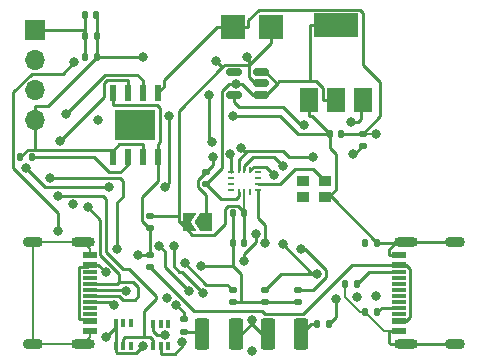
<source format=gbr>
%TF.GenerationSoftware,KiCad,Pcbnew,(6.0.7)*%
%TF.CreationDate,2025-06-10T03:22:09+09:00*%
%TF.ProjectId,AvatarSense,41766174-6172-4536-956e-73652e6b6963,rev?*%
%TF.SameCoordinates,Original*%
%TF.FileFunction,Copper,L1,Top*%
%TF.FilePolarity,Positive*%
%FSLAX46Y46*%
G04 Gerber Fmt 4.6, Leading zero omitted, Abs format (unit mm)*
G04 Created by KiCad (PCBNEW (6.0.7)) date 2025-06-10 03:22:09*
%MOMM*%
%LPD*%
G01*
G04 APERTURE LIST*
G04 Aperture macros list*
%AMRoundRect*
0 Rectangle with rounded corners*
0 $1 Rounding radius*
0 $2 $3 $4 $5 $6 $7 $8 $9 X,Y pos of 4 corners*
0 Add a 4 corners polygon primitive as box body*
4,1,4,$2,$3,$4,$5,$6,$7,$8,$9,$2,$3,0*
0 Add four circle primitives for the rounded corners*
1,1,$1+$1,$2,$3*
1,1,$1+$1,$4,$5*
1,1,$1+$1,$6,$7*
1,1,$1+$1,$8,$9*
0 Add four rect primitives between the rounded corners*
20,1,$1+$1,$2,$3,$4,$5,0*
20,1,$1+$1,$4,$5,$6,$7,0*
20,1,$1+$1,$6,$7,$8,$9,0*
20,1,$1+$1,$8,$9,$2,$3,0*%
%AMFreePoly0*
4,1,6,1.000000,0.000000,0.500000,-0.750000,-0.500000,-0.750000,-0.500000,0.750000,0.500000,0.750000,1.000000,0.000000,1.000000,0.000000,$1*%
%AMFreePoly1*
4,1,6,0.500000,-0.750000,-0.650000,-0.750000,-0.150000,0.000000,-0.650000,0.750000,0.500000,0.750000,0.500000,-0.750000,0.500000,-0.750000,$1*%
G04 Aperture macros list end*
%TA.AperFunction,SMDPad,CuDef*%
%ADD10RoundRect,0.140000X-0.140000X-0.170000X0.140000X-0.170000X0.140000X0.170000X-0.140000X0.170000X0*%
%TD*%
%TA.AperFunction,SMDPad,CuDef*%
%ADD11RoundRect,0.135000X0.185000X-0.135000X0.185000X0.135000X-0.185000X0.135000X-0.185000X-0.135000X0*%
%TD*%
%TA.AperFunction,SMDPad,CuDef*%
%ADD12RoundRect,0.140000X0.170000X-0.140000X0.170000X0.140000X-0.170000X0.140000X-0.170000X-0.140000X0*%
%TD*%
%TA.AperFunction,SMDPad,CuDef*%
%ADD13RoundRect,0.135000X-0.135000X-0.185000X0.135000X-0.185000X0.135000X0.185000X-0.135000X0.185000X0*%
%TD*%
%TA.AperFunction,SMDPad,CuDef*%
%ADD14RoundRect,0.250000X0.375000X1.075000X-0.375000X1.075000X-0.375000X-1.075000X0.375000X-1.075000X0*%
%TD*%
%TA.AperFunction,SMDPad,CuDef*%
%ADD15R,0.400000X0.650000*%
%TD*%
%TA.AperFunction,SMDPad,CuDef*%
%ADD16R,0.558000X1.454899*%
%TD*%
%TA.AperFunction,SMDPad,CuDef*%
%ADD17R,3.403600X2.514600*%
%TD*%
%TA.AperFunction,SMDPad,CuDef*%
%ADD18RoundRect,0.140000X0.140000X0.170000X-0.140000X0.170000X-0.140000X-0.170000X0.140000X-0.170000X0*%
%TD*%
%TA.AperFunction,SMDPad,CuDef*%
%ADD19RoundRect,0.135000X-0.185000X0.135000X-0.185000X-0.135000X0.185000X-0.135000X0.185000X0.135000X0*%
%TD*%
%TA.AperFunction,ComponentPad*%
%ADD20R,1.700000X1.700000*%
%TD*%
%TA.AperFunction,ComponentPad*%
%ADD21O,1.700000X1.700000*%
%TD*%
%TA.AperFunction,SMDPad,CuDef*%
%ADD22R,1.100000X0.900000*%
%TD*%
%TA.AperFunction,SMDPad,CuDef*%
%ADD23R,1.160000X0.600000*%
%TD*%
%TA.AperFunction,SMDPad,CuDef*%
%ADD24R,1.160000X0.300000*%
%TD*%
%TA.AperFunction,ComponentPad*%
%ADD25O,1.700000X0.900000*%
%TD*%
%TA.AperFunction,ComponentPad*%
%ADD26O,2.000000X0.900000*%
%TD*%
%TA.AperFunction,SMDPad,CuDef*%
%ADD27RoundRect,0.135000X0.135000X0.185000X-0.135000X0.185000X-0.135000X-0.185000X0.135000X-0.185000X0*%
%TD*%
%TA.AperFunction,SMDPad,CuDef*%
%ADD28R,2.000000X2.000000*%
%TD*%
%TA.AperFunction,SMDPad,CuDef*%
%ADD29RoundRect,0.150000X0.512500X0.150000X-0.512500X0.150000X-0.512500X-0.150000X0.512500X-0.150000X0*%
%TD*%
%TA.AperFunction,SMDPad,CuDef*%
%ADD30R,1.500000X2.000000*%
%TD*%
%TA.AperFunction,SMDPad,CuDef*%
%ADD31R,3.800000X2.000000*%
%TD*%
%TA.AperFunction,SMDPad,CuDef*%
%ADD32R,0.475000X0.250000*%
%TD*%
%TA.AperFunction,SMDPad,CuDef*%
%ADD33R,0.250000X0.475000*%
%TD*%
%TA.AperFunction,SMDPad,CuDef*%
%ADD34RoundRect,0.250000X-0.375000X-1.075000X0.375000X-1.075000X0.375000X1.075000X-0.375000X1.075000X0*%
%TD*%
%TA.AperFunction,SMDPad,CuDef*%
%ADD35FreePoly0,180.000000*%
%TD*%
%TA.AperFunction,SMDPad,CuDef*%
%ADD36FreePoly1,180.000000*%
%TD*%
%TA.AperFunction,ViaPad*%
%ADD37C,0.800000*%
%TD*%
%TA.AperFunction,Conductor*%
%ADD38C,0.250000*%
%TD*%
%TA.AperFunction,Conductor*%
%ADD39C,0.200000*%
%TD*%
G04 APERTURE END LIST*
D10*
%TO.P,C3,1*%
%TO.N,+3V3*%
X106520000Y-104500000D03*
%TO.P,C3,2*%
%TO.N,BAT-*%
X107480000Y-104500000D03*
%TD*%
D11*
%TO.P,R10,1*%
%TO.N,Net-(J2-PadA4)*%
X112000000Y-122260000D03*
%TO.P,R10,2*%
%TO.N,+5V*%
X112000000Y-121240000D03*
%TD*%
D12*
%TO.P,C6,1*%
%TO.N,+5V*%
X112000000Y-118960000D03*
%TO.P,C6,2*%
%TO.N,BAT-*%
X112000000Y-118000000D03*
%TD*%
D13*
%TO.P,R4,1*%
%TO.N,Net-(D1-Pad1)*%
X126115000Y-127125000D03*
%TO.P,R4,2*%
%TO.N,Net-(R4-Pad2)*%
X127135000Y-127125000D03*
%TD*%
D14*
%TO.P,D1,1,K*%
%TO.N,Net-(D1-Pad1)*%
X124775000Y-128000000D03*
%TO.P,D1,2,A*%
%TO.N,+5V*%
X121975000Y-128000000D03*
%TD*%
D15*
%TO.P,Q2,1,E1*%
%TO.N,RST*%
X109100000Y-128950000D03*
%TO.P,Q2,2,B1*%
%TO.N,DTR*%
X109750000Y-128950000D03*
%TO.P,Q2,3*%
%TO.N,N/C*%
X110400000Y-128950000D03*
%TO.P,Q2,4*%
X110400000Y-127050000D03*
%TO.P,Q2,5*%
X109750000Y-127050000D03*
%TO.P,Q2,6,C1*%
%TO.N,RST*%
X109100000Y-127050000D03*
%TD*%
D16*
%TO.P,U4,1,TEMP*%
%TO.N,BAT-*%
X108845000Y-112971348D03*
%TO.P,U4,2,PROG*%
%TO.N,Net-(R9-Pad2)*%
X110115000Y-112971348D03*
%TO.P,U4,3,GND*%
%TO.N,BAT-*%
X111385000Y-112971348D03*
%TO.P,U4,4,VCC*%
%TO.N,+5V*%
X112655000Y-112971348D03*
%TO.P,U4,5,BAT*%
%TO.N,BAT+*%
X112655000Y-107528652D03*
%TO.P,U4,6,\u002ASTDBY*%
%TO.N,Net-(R5-Pad1)*%
X111385000Y-107528652D03*
%TO.P,U4,7,\u002ACHRG*%
%TO.N,Net-(R4-Pad2)*%
X110115000Y-107528652D03*
%TO.P,U4,8,CE*%
%TO.N,+5V*%
X108845000Y-107528652D03*
D17*
%TO.P,U4,EPAD,EPAD*%
%TO.N,unconnected-(U4-PadEPAD)*%
X110750000Y-110250000D03*
%TD*%
D18*
%TO.P,C5,1*%
%TO.N,BAT+*%
X128210000Y-111000000D03*
%TO.P,C5,2*%
%TO.N,BAT-*%
X127250000Y-111000000D03*
%TD*%
D11*
%TO.P,R2,1*%
%TO.N,Net-(R2-Pad1)*%
X130000000Y-112020000D03*
%TO.P,R2,2*%
%TO.N,BAT+*%
X130000000Y-111000000D03*
%TD*%
D19*
%TO.P,R16,1*%
%TO.N,SDA*%
X124500000Y-124240000D03*
%TO.P,R16,2*%
%TO.N,+3V3*%
X124500000Y-125260000D03*
%TD*%
D20*
%TO.P,J1,1,Pin_1*%
%TO.N,+3V3*%
X102275000Y-102200000D03*
D21*
%TO.P,J1,2,Pin_2*%
%TO.N,D+*%
X102275000Y-104740000D03*
%TO.P,J1,3,Pin_3*%
%TO.N,D-*%
X102275000Y-107280000D03*
%TO.P,J1,4,Pin_4*%
%TO.N,BAT-*%
X102275000Y-109820000D03*
%TD*%
D15*
%TO.P,Q1,1,E1*%
%TO.N,DTR*%
X112250000Y-129000000D03*
%TO.P,Q1,2,B1*%
%TO.N,RTS*%
X112900000Y-129000000D03*
%TO.P,Q1,3*%
%TO.N,N/C*%
X113550000Y-129000000D03*
%TO.P,Q1,4*%
X113550000Y-127100000D03*
%TO.P,Q1,5*%
X112900000Y-127100000D03*
%TO.P,Q1,6,C1*%
%TO.N,GPIO0*%
X112250000Y-127100000D03*
%TD*%
D10*
%TO.P,C2,1*%
%TO.N,+3V3*%
X106520000Y-102750000D03*
%TO.P,C2,2*%
%TO.N,BAT-*%
X107480000Y-102750000D03*
%TD*%
D22*
%TO.P,Y1,1,TRI-STATE*%
%TO.N,unconnected-(Y1-Pad1)*%
X125000000Y-116400000D03*
%TO.P,Y1,2,GROUND*%
%TO.N,BAT-*%
X126800000Y-116400000D03*
%TO.P,Y1,3,OUTPUT*%
%TO.N,CLK*%
X126800000Y-115000000D03*
%TO.P,Y1,4,VDD*%
%TO.N,+1V8*%
X125000000Y-115000000D03*
%TD*%
D23*
%TO.P,J3,A1,GND*%
%TO.N,BAT-*%
X106885000Y-121300000D03*
%TO.P,J3,A4,VBUS*%
%TO.N,+3V3*%
X106885000Y-122100000D03*
D24*
%TO.P,J3,A5,CC1*%
%TO.N,unconnected-(J3-PadA5)*%
X106885000Y-123250000D03*
%TO.P,J3,A6,D+*%
%TO.N,SCL*%
X106885000Y-124250000D03*
%TO.P,J3,A7,D-*%
%TO.N,SDA*%
X106885000Y-124750000D03*
%TO.P,J3,A8,SBU1*%
%TO.N,unconnected-(J3-PadA8)*%
X106885000Y-125750000D03*
D23*
%TO.P,J3,A9,VBUS*%
%TO.N,+3V3*%
X106885000Y-126900000D03*
%TO.P,J3,A12,GND*%
%TO.N,BAT-*%
X106885000Y-127700000D03*
%TO.P,J3,B1,GND*%
X106885000Y-127700000D03*
%TO.P,J3,B4,VBUS*%
%TO.N,+3V3*%
X106885000Y-126900000D03*
D24*
%TO.P,J3,B5,CC2*%
%TO.N,unconnected-(J3-PadB5)*%
X106885000Y-126250000D03*
%TO.P,J3,B6,D+*%
%TO.N,SCL*%
X106885000Y-125250000D03*
%TO.P,J3,B7,D-*%
%TO.N,SDA*%
X106885000Y-123750000D03*
%TO.P,J3,B8,SBU2*%
%TO.N,unconnected-(J3-PadB8)*%
X106885000Y-122750000D03*
D23*
%TO.P,J3,B9,VBUS*%
%TO.N,+3V3*%
X106885000Y-122100000D03*
%TO.P,J3,B12,GND*%
%TO.N,BAT-*%
X106885000Y-121300000D03*
D25*
%TO.P,J3,S1,SHIELD*%
X102135000Y-128820000D03*
D26*
X106305000Y-120180000D03*
D25*
X102135000Y-120180000D03*
D26*
X106305000Y-128820000D03*
%TD*%
D10*
%TO.P,C1,1*%
%TO.N,+3V3*%
X106500000Y-101000000D03*
%TO.P,C1,2*%
%TO.N,BAT-*%
X107460000Y-101000000D03*
%TD*%
%TO.P,C8,1*%
%TO.N,+3V3*%
X119020000Y-117750000D03*
%TO.P,C8,2*%
%TO.N,BAT-*%
X119980000Y-117750000D03*
%TD*%
D27*
%TO.P,R6,1*%
%TO.N,BAT-*%
X131260000Y-120250000D03*
%TO.P,R6,2*%
%TO.N,GPIO15*%
X130240000Y-120250000D03*
%TD*%
D10*
%TO.P,C7,1*%
%TO.N,+3V3*%
X119020000Y-120250000D03*
%TO.P,C7,2*%
%TO.N,BAT-*%
X119980000Y-120250000D03*
%TD*%
D19*
%TO.P,R5,1*%
%TO.N,Net-(R5-Pad1)*%
X114850000Y-126740000D03*
%TO.P,R5,2*%
%TO.N,Net-(D2-Pad1)*%
X114850000Y-127760000D03*
%TD*%
D11*
%TO.P,R13,1*%
%TO.N,+3V3*%
X116750000Y-115250000D03*
%TO.P,R13,2*%
%TO.N,Net-(JP1-Pad1)*%
X116750000Y-114230000D03*
%TD*%
D13*
%TO.P,R9,1*%
%TO.N,BAT-*%
X100990000Y-113000000D03*
%TO.P,R9,2*%
%TO.N,Net-(R9-Pad2)*%
X102010000Y-113000000D03*
%TD*%
D28*
%TO.P,TP2,1,1*%
%TO.N,BAT-*%
X122250000Y-102000000D03*
%TD*%
D29*
%TO.P,U5,1,VIN*%
%TO.N,+3V3*%
X121387500Y-107700000D03*
%TO.P,U5,2,GND*%
%TO.N,BAT-*%
X121387500Y-106750000D03*
%TO.P,U5,3,EN*%
%TO.N,+3V3*%
X121387500Y-105800000D03*
%TO.P,U5,4,NC*%
%TO.N,unconnected-(U5-Pad4)*%
X119112500Y-105800000D03*
%TO.P,U5,5,VOUT*%
%TO.N,+1V8*%
X119112500Y-107700000D03*
%TD*%
D30*
%TO.P,U3,1,GND*%
%TO.N,BAT-*%
X125450000Y-108150000D03*
%TO.P,U3,2,VO*%
%TO.N,+3V3*%
X127750000Y-108150000D03*
D31*
X127750000Y-101850000D03*
D30*
%TO.P,U3,3,VI*%
%TO.N,Net-(SW1-Pad1)*%
X130050000Y-108150000D03*
%TD*%
D32*
%TO.P,U6,1,AP_SDO/AP_AD0*%
%TO.N,Net-(JP1-Pad1)*%
X118837500Y-114250000D03*
%TO.P,U6,2,RESV/AUX1_SDIO/AUX1_SDI/MAS_DA*%
%TO.N,unconnected-(U6-Pad2)*%
X118837500Y-114750000D03*
%TO.P,U6,3,RESV/AUX1_SCLK/MAS_CLK*%
%TO.N,unconnected-(U6-Pad3)*%
X118837500Y-115250000D03*
%TO.P,U6,4,INT1/INT*%
%TO.N,unconnected-(U6-Pad4)*%
X118837500Y-115750000D03*
D33*
%TO.P,U6,5,VDDIO*%
%TO.N,+3V3*%
X119500000Y-115912500D03*
%TO.P,U6,6,GND*%
%TO.N,BAT-*%
X120000000Y-115912500D03*
%TO.P,U6,7,RESV*%
%TO.N,unconnected-(U6-Pad7)*%
X120500000Y-115912500D03*
D32*
%TO.P,U6,8,VDD*%
%TO.N,+3V3*%
X121162500Y-115750000D03*
%TO.P,U6,9,INT2/FSYNC/CLKIN*%
%TO.N,CLK*%
X121162500Y-115250000D03*
%TO.P,U6,10,RESV/AUX1_CS*%
%TO.N,unconnected-(U6-Pad10)*%
X121162500Y-114750000D03*
%TO.P,U6,11,RESV/AUX1_SDO*%
%TO.N,unconnected-(U6-Pad11)*%
X121162500Y-114250000D03*
D33*
%TO.P,U6,12,AP_CS*%
%TO.N,Net-(R14-Pad1)*%
X120500000Y-114087500D03*
%TO.P,U6,13,AP_SCL/AP_SCLK*%
%TO.N,SCL*%
X120000000Y-114087500D03*
%TO.P,U6,14,AP_SDA/AP_SDIO/AP_SDI*%
%TO.N,SDA*%
X119500000Y-114087500D03*
%TD*%
D27*
%TO.P,R12,1*%
%TO.N,Net-(J2-PadB5)*%
X129520000Y-123750000D03*
%TO.P,R12,2*%
%TO.N,BAT-*%
X128500000Y-123750000D03*
%TD*%
%TO.P,R11,1*%
%TO.N,Net-(J2-PadA5)*%
X131250000Y-126125000D03*
%TO.P,R11,2*%
%TO.N,BAT-*%
X130230000Y-126125000D03*
%TD*%
D28*
%TO.P,TP1,1,1*%
%TO.N,BAT+*%
X119000000Y-102000000D03*
%TD*%
D34*
%TO.P,D2,1,K*%
%TO.N,Net-(D2-Pad1)*%
X116450000Y-128000000D03*
%TO.P,D2,2,A*%
%TO.N,+5V*%
X119250000Y-128000000D03*
%TD*%
D23*
%TO.P,J2,A1,GND*%
%TO.N,BAT-*%
X133115000Y-127700000D03*
%TO.P,J2,A4,VBUS*%
%TO.N,Net-(J2-PadA4)*%
X133115000Y-126900000D03*
D24*
%TO.P,J2,A5,CC1*%
%TO.N,Net-(J2-PadA5)*%
X133115000Y-125750000D03*
%TO.P,J2,A6,D+*%
%TO.N,unconnected-(J2-PadA6)*%
X133115000Y-124750000D03*
%TO.P,J2,A7,D-*%
%TO.N,unconnected-(J2-PadA7)*%
X133115000Y-124250000D03*
%TO.P,J2,A8,SBU1*%
%TO.N,unconnected-(J2-PadA8)*%
X133115000Y-123250000D03*
D23*
%TO.P,J2,A9,VBUS*%
%TO.N,Net-(J2-PadA4)*%
X133115000Y-122100000D03*
%TO.P,J2,A12,GND*%
%TO.N,BAT-*%
X133115000Y-121300000D03*
%TO.P,J2,B1,GND*%
X133115000Y-121300000D03*
%TO.P,J2,B4,VBUS*%
%TO.N,Net-(J2-PadA4)*%
X133115000Y-122100000D03*
D24*
%TO.P,J2,B5,CC2*%
%TO.N,Net-(J2-PadB5)*%
X133115000Y-122750000D03*
%TO.P,J2,B6,D+*%
%TO.N,unconnected-(J2-PadB6)*%
X133115000Y-123750000D03*
%TO.P,J2,B7,D-*%
%TO.N,unconnected-(J2-PadB7)*%
X133115000Y-125250000D03*
%TO.P,J2,B8,SBU2*%
%TO.N,unconnected-(J2-PadB8)*%
X133115000Y-126250000D03*
D23*
%TO.P,J2,B9,VBUS*%
%TO.N,Net-(J2-PadA4)*%
X133115000Y-126900000D03*
%TO.P,J2,B12,GND*%
%TO.N,BAT-*%
X133115000Y-127700000D03*
D25*
%TO.P,J2,S1,SHIELD*%
X137865000Y-120180000D03*
D26*
X133695000Y-120180000D03*
X133695000Y-128820000D03*
D25*
X137865000Y-128820000D03*
%TD*%
D19*
%TO.P,R14,1*%
%TO.N,Net-(R14-Pad1)*%
X119000000Y-124230000D03*
%TO.P,R14,2*%
%TO.N,+3V3*%
X119000000Y-125250000D03*
%TD*%
D35*
%TO.P,JP1,1,A*%
%TO.N,Net-(JP1-Pad1)*%
X116725000Y-118500000D03*
D36*
%TO.P,JP1,2,B*%
%TO.N,BAT-*%
X115275000Y-118500000D03*
%TD*%
D19*
%TO.P,R15,1*%
%TO.N,SCL*%
X121750000Y-124230000D03*
%TO.P,R15,2*%
%TO.N,+3V3*%
X121750000Y-125250000D03*
%TD*%
D37*
%TO.N,+3V3*%
X121750000Y-120250000D03*
X108250000Y-122750000D03*
X116347000Y-122229000D03*
X119248000Y-106778000D03*
%TO.N,BAT-*%
X119000000Y-109500000D03*
X111450000Y-104558000D03*
X117554000Y-104830000D03*
X120250000Y-104500000D03*
%TO.N,RST*%
X108250000Y-128250000D03*
X111450000Y-129000000D03*
X120625000Y-129375000D03*
%TO.N,BAT+*%
X131125000Y-111000000D03*
X129500000Y-124875000D03*
%TO.N,+5V*%
X120625000Y-126750000D03*
X111000000Y-121250000D03*
%TO.N,Net-(JP1-Pad1)*%
X118799500Y-112750000D03*
X117350000Y-113000000D03*
%TO.N,DTR*%
X104250000Y-116253000D03*
%TO.N,RTS*%
X114750000Y-128629500D03*
X107564061Y-109809647D03*
X113416000Y-124941000D03*
%TO.N,GPIO0*%
X113249000Y-128016000D03*
X114000000Y-120500000D03*
X116488000Y-124512000D03*
%TO.N,Net-(R2-Pad1)*%
X129200000Y-112746000D03*
%TO.N,TX*%
X105607000Y-104937000D03*
X104250000Y-119250000D03*
%TO.N,Net-(R4-Pad2)*%
X105500000Y-117000000D03*
X104390000Y-111625000D03*
X127750000Y-125000000D03*
%TO.N,Net-(R5-Pad1)*%
X109250000Y-120750000D03*
X114233000Y-125517000D03*
X104893000Y-109311000D03*
X112806926Y-120525500D03*
X115298000Y-124326000D03*
X103500000Y-114750000D03*
%TO.N,Net-(R14-Pad1)*%
X120000000Y-121818000D03*
X115000000Y-122000000D03*
X122500000Y-114500000D03*
X121000000Y-119500000D03*
%TO.N,SCL*%
X123250000Y-113750000D03*
X109000000Y-125500000D03*
X126160000Y-122868000D03*
X110000000Y-124326000D03*
X123262000Y-120373000D03*
%TO.N,SDA*%
X113579000Y-109553000D03*
X106750000Y-117250000D03*
X125781000Y-113000000D03*
X119750000Y-112250000D03*
X117250000Y-111750000D03*
X124750000Y-120750000D03*
X117000000Y-107750000D03*
X113250000Y-115500000D03*
%TO.N,D-*%
X101523000Y-113937000D03*
X108575000Y-115528000D03*
%TO.N,+1V8*%
X125056000Y-110250000D03*
X125056000Y-115000000D03*
%TO.N,Net-(SW1-Pad1)*%
X131125000Y-124750000D03*
X129000000Y-110000000D03*
%TD*%
D38*
%TO.N,+3V3*%
X125523000Y-101850000D02*
X125523000Y-106564000D01*
X106885000Y-122100000D02*
X107600000Y-122100000D01*
X118675000Y-106778000D02*
X118075000Y-107379000D01*
X106520000Y-102750000D02*
X106500000Y-102730000D01*
X116750000Y-115250000D02*
X118000000Y-116500000D01*
X118000000Y-116500000D02*
X119250000Y-116500000D01*
X106500000Y-102730000D02*
X106500000Y-102200000D01*
X122749000Y-106763000D02*
X121812000Y-107700000D01*
X126673000Y-108150000D02*
X126673000Y-107153000D01*
X119500000Y-116250000D02*
X119500000Y-115912500D01*
X119248000Y-106778000D02*
X118675000Y-106778000D01*
X119020000Y-122228000D02*
X116347000Y-122228000D01*
X106520000Y-102750000D02*
X106520000Y-104500000D01*
X120716000Y-107700000D02*
X119794000Y-106778000D01*
X106500000Y-102200000D02*
X106500000Y-101000000D01*
X118075000Y-107379000D02*
X118075000Y-113925000D01*
X107600000Y-122100000D02*
X108250000Y-122750000D01*
X125523000Y-106564000D02*
X122948000Y-106564000D01*
X121750000Y-125250000D02*
X124490000Y-125250000D01*
X119020000Y-120250000D02*
X119020000Y-117750000D01*
X126673000Y-107153000D02*
X126084000Y-106564000D01*
X118075000Y-113925000D02*
X116750000Y-115250000D01*
X121387500Y-107700000D02*
X120716000Y-107700000D01*
X105980000Y-126725000D02*
X105980000Y-122275000D01*
X121162000Y-115750000D02*
X121162000Y-118162000D01*
X119698000Y-125250000D02*
X121750000Y-125250000D01*
X119000000Y-125250000D02*
X119698000Y-125250000D01*
X121750000Y-118750000D02*
X121750000Y-120250000D01*
X119020000Y-122228000D02*
X119020000Y-120250000D01*
X121786000Y-105800000D02*
X122749000Y-106763000D01*
X116347000Y-122228000D02*
X116347000Y-122229000D01*
X106710000Y-126725000D02*
X105980000Y-126725000D01*
X105980000Y-122275000D02*
X106710000Y-122275000D01*
X127750000Y-108150000D02*
X126673000Y-108150000D01*
X121388000Y-105800000D02*
X121387500Y-105800000D01*
X122948000Y-106564000D02*
X122749000Y-106763000D01*
X106500000Y-102200000D02*
X102275000Y-102200000D01*
X126084000Y-106564000D02*
X125523000Y-106564000D01*
X106710000Y-122275000D02*
X106885000Y-122100000D01*
X121812000Y-107700000D02*
X121387500Y-107700000D01*
X127750000Y-101850000D02*
X125523000Y-101850000D01*
X121388000Y-105800000D02*
X121786000Y-105800000D01*
X121162000Y-118162000D02*
X121750000Y-118750000D01*
X119794000Y-106778000D02*
X119248000Y-106778000D01*
X119250000Y-116500000D02*
X119500000Y-116250000D01*
X106885000Y-126900000D02*
X106710000Y-126725000D01*
X119698000Y-125250000D02*
X119698000Y-122905000D01*
X119698000Y-122905000D02*
X119020000Y-122228000D01*
%TO.N,BAT-*%
X127250000Y-111000000D02*
X125727000Y-109477000D01*
X119980000Y-120250000D02*
X119980000Y-117750000D01*
X111385000Y-112971000D02*
X111385000Y-112971300D01*
X108754000Y-112353000D02*
X108845000Y-112444000D01*
X132775000Y-120250000D02*
X133115000Y-120250000D01*
X117403000Y-119585000D02*
X115600000Y-119585000D01*
X127750000Y-115750000D02*
X127750000Y-112750000D01*
X132775000Y-120250000D02*
X131260000Y-120250000D01*
X133185000Y-120180000D02*
X133695000Y-120180000D01*
X132208000Y-127940000D02*
X132208000Y-127700000D01*
X107480000Y-104500000D02*
X107480000Y-104558000D01*
X127250000Y-111000000D02*
X124500000Y-111000000D01*
X118126000Y-105401000D02*
X114448000Y-109079000D01*
X133115000Y-120250000D02*
X133185000Y-120180000D01*
X120000000Y-117730000D02*
X120032000Y-117698000D01*
X133115000Y-121300000D02*
X132208000Y-121300000D01*
X120032000Y-117698000D02*
X119445000Y-117111000D01*
X127100000Y-116400000D02*
X127750000Y-115750000D01*
X119445000Y-117111000D02*
X118640000Y-117111000D01*
X109372000Y-111917000D02*
X108845000Y-112444000D01*
X121387500Y-106750000D02*
X120890000Y-106750000D01*
X111385000Y-112971000D02*
X111385000Y-111917000D01*
D39*
X130230000Y-126125000D02*
X131805000Y-127700000D01*
D38*
X102275000Y-108643000D02*
X102275000Y-109820000D01*
X102275000Y-112353000D02*
X101637000Y-112353000D01*
X114448000Y-118000000D02*
X112000000Y-118000000D01*
D39*
X106885000Y-128240000D02*
X106305000Y-128820000D01*
X102135000Y-120180000D02*
X106305000Y-120180000D01*
D38*
X119980000Y-117750000D02*
X120000000Y-117730000D01*
X131260000Y-120250000D02*
X127410000Y-116400000D01*
X107480000Y-102750000D02*
X107480000Y-104500000D01*
X133115000Y-120250000D02*
X132775000Y-120250000D01*
X126800000Y-116400000D02*
X127100000Y-116400000D01*
X118640000Y-117111000D02*
X118363000Y-117388000D01*
D39*
X120000000Y-115912500D02*
X120000000Y-117730000D01*
D38*
X123000000Y-109500000D02*
X119000000Y-109500000D01*
X114448000Y-109079000D02*
X114448000Y-118000000D01*
X102275000Y-112353000D02*
X108754000Y-112353000D01*
X114515000Y-118500000D02*
X114448000Y-118500000D01*
X107480000Y-101020000D02*
X107460000Y-101000000D01*
X111385000Y-111917000D02*
X109372000Y-111917000D01*
X120378000Y-105171000D02*
X118356000Y-105171000D01*
X120890000Y-106750000D02*
X120392000Y-106252000D01*
D39*
X102135000Y-128820000D02*
X102135000Y-120180000D01*
D38*
X120392000Y-104642000D02*
X120392000Y-105185000D01*
X118363000Y-118625000D02*
X117403000Y-119585000D01*
X127250000Y-112250000D02*
X127250000Y-111000000D01*
X120392000Y-106252000D02*
X120392000Y-105185000D01*
D39*
X129760050Y-126125000D02*
X128500000Y-124864950D01*
D38*
X115275000Y-118500000D02*
X114515000Y-118500000D01*
D39*
X102135000Y-128820000D02*
X106305000Y-128820000D01*
D38*
X108845000Y-112971000D02*
X108845000Y-112444000D01*
X118363000Y-117388000D02*
X118363000Y-118625000D01*
X120392000Y-105185000D02*
X120378000Y-105171000D01*
D39*
X106885000Y-120760000D02*
X106305000Y-120180000D01*
D38*
X124500000Y-111000000D02*
X123000000Y-109500000D01*
X114448000Y-118500000D02*
X114448000Y-118000000D01*
X132208000Y-121300000D02*
X132208000Y-120817000D01*
X107480000Y-104558000D02*
X111450000Y-104558000D01*
D39*
X106885000Y-121300000D02*
X106885000Y-120760000D01*
D38*
X132368000Y-128820000D02*
X132208000Y-128660000D01*
X120250000Y-104500000D02*
X120392000Y-104642000D01*
D39*
X106885000Y-127700000D02*
X106885000Y-128240000D01*
D38*
X125450000Y-109477000D02*
X125450000Y-108150000D01*
X132208000Y-127700000D02*
X133115000Y-127700000D01*
D39*
X120000000Y-117730000D02*
X119980000Y-117750000D01*
D38*
X127750000Y-112750000D02*
X127250000Y-112250000D01*
X120392000Y-105185000D02*
X122250000Y-103327000D01*
X107480000Y-104558000D02*
X103394000Y-108643000D01*
D39*
X128500000Y-124864950D02*
X128500000Y-123750000D01*
D38*
X117554000Y-104830000D02*
X118126000Y-105401000D01*
X108845000Y-112971000D02*
X108845000Y-112971300D01*
X127100000Y-116400000D02*
X126800000Y-116400000D01*
X103394000Y-108643000D02*
X102275000Y-108643000D01*
X133695000Y-128820000D02*
X132368000Y-128820000D01*
X122250000Y-103327000D02*
X122250000Y-102000000D01*
X107480000Y-102750000D02*
X107480000Y-101020000D01*
X101637000Y-112353000D02*
X100990000Y-113000000D01*
X125727000Y-109477000D02*
X125450000Y-109477000D01*
X127410000Y-116400000D02*
X127100000Y-116400000D01*
D39*
X130230000Y-126125000D02*
X129760050Y-126125000D01*
D38*
X137865000Y-128820000D02*
X133695000Y-128820000D01*
X118356000Y-105171000D02*
X118126000Y-105401000D01*
X132208000Y-120817000D02*
X132775000Y-120250000D01*
X132208000Y-128660000D02*
X132208000Y-127940000D01*
X102275000Y-109820000D02*
X102275000Y-112353000D01*
D39*
X131805000Y-127700000D02*
X132208000Y-127700000D01*
D38*
X137865000Y-120180000D02*
X133695000Y-120180000D01*
X115600000Y-119585000D02*
X114515000Y-118500000D01*
%TO.N,RST*%
X109100000Y-127050000D02*
X109100000Y-127400000D01*
X109100000Y-129475000D02*
X109225000Y-129600000D01*
X109100000Y-127400000D02*
X109100000Y-127050000D01*
X109100000Y-127400000D02*
X108250000Y-128250000D01*
X109100000Y-128950000D02*
X109100000Y-129475000D01*
X110850000Y-129600000D02*
X111450000Y-129000000D01*
X109100000Y-128950000D02*
X109100000Y-127400000D01*
X109225000Y-129600000D02*
X110850000Y-129600000D01*
%TO.N,BAT+*%
X121223000Y-100523000D02*
X129790000Y-100523000D01*
X120327000Y-102000000D02*
X120327000Y-101420000D01*
X129790000Y-100523000D02*
X130050000Y-100783000D01*
X117673000Y-102000000D02*
X113199000Y-106474000D01*
X131500000Y-109500000D02*
X130000000Y-111000000D01*
X130050000Y-100783000D02*
X130050000Y-105175000D01*
X113199000Y-106984652D02*
X112655000Y-107528652D01*
X119000000Y-102000000D02*
X120327000Y-102000000D01*
X130050000Y-105175000D02*
X131500000Y-106625000D01*
X119000000Y-102000000D02*
X117673000Y-102000000D01*
D39*
X131125000Y-111000000D02*
X130000000Y-111000000D01*
D38*
X113199000Y-106474000D02*
X113199000Y-106984652D01*
X120327000Y-101420000D02*
X121223000Y-100523000D01*
X131500000Y-106625000D02*
X131500000Y-109500000D01*
X128210000Y-111000000D02*
X130000000Y-111000000D01*
%TO.N,+5V*%
X112854000Y-111718000D02*
X112854000Y-108850000D01*
X120625000Y-127125000D02*
X120625000Y-126750000D01*
X111906000Y-118960000D02*
X111360000Y-118414000D01*
X112000000Y-118960000D02*
X112000000Y-121240000D01*
X111360000Y-118414000D02*
X111360000Y-116338000D01*
X111990000Y-121250000D02*
X112000000Y-121240000D01*
X112655000Y-112971300D02*
X112655000Y-111917000D01*
X108845000Y-108583000D02*
X108845000Y-107529000D01*
X112655000Y-111917000D02*
X112854000Y-111718000D01*
X121975000Y-128000000D02*
X121500000Y-128000000D01*
X112655000Y-115044000D02*
X112655000Y-112971300D01*
X121500000Y-128000000D02*
X120625000Y-127125000D01*
X112000000Y-118960000D02*
X111906000Y-118960000D01*
X111360000Y-116338000D02*
X112655000Y-115044000D01*
X111000000Y-121250000D02*
X111990000Y-121250000D01*
X119750000Y-128000000D02*
X120625000Y-127125000D01*
X112854000Y-108850000D02*
X112588000Y-108583000D01*
X119250000Y-128000000D02*
X119750000Y-128000000D01*
X112588000Y-108583000D02*
X108845000Y-108583000D01*
X108845000Y-107529000D02*
X108845000Y-107528600D01*
%TO.N,Net-(JP1-Pad1)*%
X116725000Y-116199000D02*
X116725000Y-118500000D01*
X117350000Y-113000000D02*
X117350000Y-113630000D01*
X116750000Y-114230000D02*
X116041000Y-114939000D01*
X116041000Y-115515000D02*
X116725000Y-116199000D01*
X118838000Y-112788500D02*
X118838000Y-114250000D01*
X118799500Y-112750000D02*
X118838000Y-112788500D01*
X117350000Y-113630000D02*
X116750000Y-114230000D01*
X116041000Y-114939000D02*
X116041000Y-115515000D01*
%TO.N,DTR*%
X109750000Y-128425000D02*
X109925000Y-128250000D01*
X112000000Y-128250000D02*
X112250000Y-128500000D01*
X112250000Y-128500000D02*
X112250000Y-129000000D01*
X108000000Y-116250000D02*
X104253000Y-116250000D01*
X104253000Y-116250000D02*
X104250000Y-116253000D01*
X112500000Y-125000000D02*
X112500000Y-124750000D01*
X109750000Y-122500000D02*
X108250000Y-121000000D01*
X108250000Y-121000000D02*
X108250000Y-116500000D01*
X109750000Y-128950000D02*
X109750000Y-128425000D01*
X111500000Y-128250000D02*
X112000000Y-128250000D01*
X111500000Y-126000000D02*
X112500000Y-125000000D01*
X108250000Y-116500000D02*
X108000000Y-116250000D01*
X112500000Y-124750000D02*
X110250000Y-122500000D01*
X110250000Y-122500000D02*
X109750000Y-122500000D01*
X111500000Y-128250000D02*
X111500000Y-126000000D01*
X109925000Y-128250000D02*
X111500000Y-128250000D01*
%TO.N,RTS*%
X114750000Y-128629500D02*
X114750000Y-129000000D01*
X114750000Y-129000000D02*
X114100000Y-129650000D01*
X112975000Y-129650000D02*
X112900000Y-129575000D01*
X114100000Y-129650000D02*
X112975000Y-129650000D01*
X112900000Y-129575000D02*
X112900000Y-129000000D01*
%TO.N,GPIO0*%
X112591000Y-128016000D02*
X113249000Y-128016000D01*
X114500000Y-122750000D02*
X114000000Y-122250000D01*
X112250000Y-127100000D02*
X112250000Y-127675000D01*
X114747000Y-122750000D02*
X114500000Y-122750000D01*
X114000000Y-122250000D02*
X114000000Y-120500000D01*
X116488000Y-124512000D02*
X116488000Y-124491000D01*
X116488000Y-124491000D02*
X114747000Y-122750000D01*
X112250000Y-127675000D02*
X112591000Y-128016000D01*
%TO.N,Net-(R2-Pad1)*%
X130000000Y-112020000D02*
X129274000Y-112746000D01*
X129274000Y-112746000D02*
X129200000Y-112746000D01*
%TO.N,TX*%
X104250000Y-117750000D02*
X104250000Y-119250000D01*
X101974000Y-105917000D02*
X100393000Y-107498000D01*
X104627000Y-105917000D02*
X101974000Y-105917000D01*
X100393000Y-113893000D02*
X104250000Y-117750000D01*
X100393000Y-107498000D02*
X100393000Y-113893000D01*
X105607000Y-104937000D02*
X104627000Y-105917000D01*
%TO.N,Net-(D1-Pad1)*%
X126115000Y-127125000D02*
X125650000Y-127125000D01*
X125650000Y-127125000D02*
X124775000Y-128000000D01*
%TO.N,Net-(R4-Pad2)*%
X108372000Y-106474000D02*
X110115000Y-106474000D01*
X127750000Y-125000000D02*
X127750000Y-126510000D01*
X108088000Y-107928000D02*
X108088000Y-106758000D01*
X127750000Y-126510000D02*
X127135000Y-127125000D01*
X104390000Y-111625000D02*
X108088000Y-107928000D01*
X110115000Y-106474000D02*
X110115000Y-107528600D01*
X108088000Y-106758000D02*
X108372000Y-106474000D01*
%TO.N,Net-(R5-Pad1)*%
X111385000Y-107528600D02*
X111385000Y-106474000D01*
X109250000Y-120750000D02*
X109250000Y-116832695D01*
X109500000Y-114750000D02*
X103500000Y-114750000D01*
X109250000Y-116832695D02*
X109750000Y-116332695D01*
X112806926Y-120525500D02*
X113250000Y-120968574D01*
X109750000Y-116332695D02*
X109750000Y-115000000D01*
X110933000Y-106022000D02*
X108182000Y-106022000D01*
X114850000Y-126740000D02*
X114850000Y-126135000D01*
X113250000Y-120968574D02*
X113250000Y-122278000D01*
X114850000Y-126135000D02*
X114233000Y-125517000D01*
X113250000Y-122278000D02*
X115298000Y-124326000D01*
X111385000Y-106474000D02*
X110933000Y-106022000D01*
X109750000Y-115000000D02*
X109500000Y-114750000D01*
X108182000Y-106022000D02*
X104893000Y-109311000D01*
%TO.N,Net-(D2-Pad1)*%
X116210000Y-127760000D02*
X116450000Y-128000000D01*
X114850000Y-127760000D02*
X116210000Y-127760000D01*
%TO.N,Net-(R9-Pad2)*%
X107250000Y-113000000D02*
X108500000Y-114250000D01*
X109500000Y-114250000D02*
X110115000Y-113635000D01*
X108500000Y-114250000D02*
X109500000Y-114250000D01*
X102010000Y-113000000D02*
X107250000Y-113000000D01*
X110115000Y-113635000D02*
X110115000Y-112971348D01*
%TO.N,Net-(J2-PadA4)*%
X124954000Y-126250000D02*
X129104000Y-122100000D01*
X133692000Y-126900000D02*
X134043000Y-126550000D01*
X121750000Y-126250000D02*
X124954000Y-126250000D01*
X121500000Y-126000000D02*
X121750000Y-126250000D01*
X112000000Y-122260000D02*
X112010000Y-122260000D01*
X129104000Y-122100000D02*
X133115000Y-122100000D01*
X133681000Y-122100000D02*
X133115000Y-122100000D01*
X133115000Y-126900000D02*
X133692000Y-126900000D01*
X134043000Y-126550000D02*
X134043000Y-122462000D01*
X115750000Y-126000000D02*
X121500000Y-126000000D01*
X134043000Y-122462000D02*
X133681000Y-122100000D01*
X112010000Y-122260000D02*
X115750000Y-126000000D01*
%TO.N,Net-(J2-PadA5)*%
X131625000Y-125750000D02*
X133115000Y-125750000D01*
X131250000Y-126125000D02*
X131625000Y-125750000D01*
%TO.N,Net-(J2-PadB5)*%
X133115000Y-122750000D02*
X130520000Y-122750000D01*
X130520000Y-122750000D02*
X129520000Y-123750000D01*
%TO.N,Net-(R14-Pad1)*%
X120000000Y-121818000D02*
X120000000Y-121198000D01*
X121800000Y-113800000D02*
X120788000Y-113800000D01*
X120788000Y-113800000D02*
X120500000Y-114088000D01*
X120000000Y-121198000D02*
X121000000Y-120198000D01*
X121000000Y-120198000D02*
X121000000Y-119500000D01*
X116787000Y-123787000D02*
X115000000Y-122000000D01*
X118557000Y-123787000D02*
X116787000Y-123787000D01*
X119000000Y-124230000D02*
X118557000Y-123787000D01*
X122500000Y-114500000D02*
X121800000Y-113800000D01*
%TO.N,SCL*%
X123112000Y-122868000D02*
X125757000Y-122868000D01*
X109924000Y-124250000D02*
X110000000Y-124326000D01*
X108750000Y-125250000D02*
X109000000Y-125500000D01*
X106885000Y-125250000D02*
X108750000Y-125250000D01*
X125757000Y-122868000D02*
X126160000Y-122868000D01*
X120750000Y-113000000D02*
X122500000Y-113000000D01*
X122500000Y-113000000D02*
X123250000Y-113750000D01*
X125757000Y-122868000D02*
X126160000Y-122868000D01*
X123262000Y-120373000D02*
X125757000Y-122868000D01*
X120000000Y-113750000D02*
X120750000Y-113000000D01*
X106885000Y-124250000D02*
X109924000Y-124250000D01*
X120000000Y-114087500D02*
X120000000Y-113750000D01*
X121750000Y-124230000D02*
X123112000Y-122868000D01*
%TO.N,SDA*%
X119500000Y-113250000D02*
X120250000Y-112500000D01*
X126911000Y-122540000D02*
X125120000Y-120750000D01*
X109398000Y-124750000D02*
X109700000Y-125051000D01*
X120250000Y-112500000D02*
X123250000Y-112500000D01*
X106885000Y-124750000D02*
X109398000Y-124750000D01*
X109399000Y-122873000D02*
X107800000Y-121275000D01*
X123250000Y-112500000D02*
X123750000Y-113000000D01*
X111000000Y-124000000D02*
X110601000Y-123601000D01*
X126911000Y-123146000D02*
X126911000Y-122540000D01*
X125816000Y-124240000D02*
X126911000Y-123146000D01*
X117000000Y-107750000D02*
X117000000Y-111500000D01*
X117000000Y-111500000D02*
X117250000Y-111750000D01*
X111000000Y-124750000D02*
X111000000Y-124000000D01*
X125120000Y-120750000D02*
X124750000Y-120750000D01*
X123750000Y-113000000D02*
X125781000Y-113000000D01*
X110699000Y-125051000D02*
X111000000Y-124750000D01*
X119750000Y-112250000D02*
X120000000Y-112500000D01*
X107800000Y-121275000D02*
X107800000Y-118300000D01*
X113250000Y-115500000D02*
X113579000Y-115171000D01*
X109399000Y-123601000D02*
X109399000Y-122873000D01*
X119500000Y-114087500D02*
X119500000Y-113250000D01*
X109250000Y-123750000D02*
X106885000Y-123750000D01*
X120000000Y-112500000D02*
X120250000Y-112500000D01*
X124500000Y-124240000D02*
X125816000Y-124240000D01*
X109399000Y-123601000D02*
X109250000Y-123750000D01*
X110601000Y-123601000D02*
X109399000Y-123601000D01*
X107800000Y-118300000D02*
X106750000Y-117250000D01*
X109700000Y-125051000D02*
X110699000Y-125051000D01*
X113579000Y-115171000D02*
X113579000Y-109553000D01*
%TO.N,D-*%
X103114000Y-115528000D02*
X108575000Y-115528000D01*
X101523000Y-113937000D02*
X103114000Y-115528000D01*
%TO.N,+1V8*%
X125056000Y-110250000D02*
X124750000Y-110250000D01*
X125000000Y-115000000D02*
X125056000Y-115000000D01*
X119112500Y-108030500D02*
X119112500Y-107700000D01*
X119112000Y-108031000D02*
X119112000Y-107700000D01*
X119112000Y-108031000D02*
X119112500Y-108030500D01*
X124750000Y-110250000D02*
X123250000Y-108750000D01*
X119112000Y-108362000D02*
X119112000Y-108031000D01*
X123250000Y-108750000D02*
X119500000Y-108750000D01*
X119500000Y-108750000D02*
X119112000Y-108362000D01*
%TO.N,CLK*%
X125800000Y-114000000D02*
X126800000Y-115000000D01*
X124250000Y-114000000D02*
X125800000Y-114000000D01*
X123000000Y-115250000D02*
X124250000Y-114000000D01*
X121162500Y-115250000D02*
X123000000Y-115250000D01*
%TO.N,Net-(SW1-Pad1)*%
X129625000Y-110000000D02*
X129875000Y-109750000D01*
X129000000Y-110000000D02*
X129625000Y-110000000D01*
X129875000Y-109750000D02*
X129875000Y-108961396D01*
X129875000Y-108961396D02*
X130368198Y-108468198D01*
%TD*%
M02*

</source>
